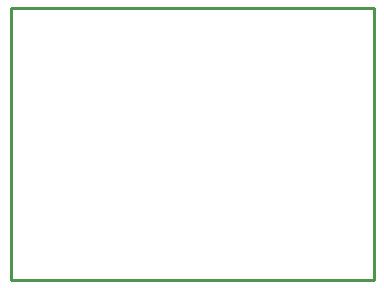
<source format=gko>
G04 Layer: BoardOutlineLayer*
G04 EasyEDA Pro v2.2.39.2, 2025-06-16 16:20:03*
G04 Gerber Generator version 0.3*
G04 Scale: 100 percent, Rotated: No, Reflected: No*
G04 Dimensions in millimeters*
G04 Leading zeros omitted, absolute positions, 4 integers and 5 decimals*
G04 Generated by one-click*
%FSLAX45Y45*%
%MOMM*%
%ADD10C,0.254*%
%ADD11C,0.4065*%
G75*


G04 Rect Start*
G54D10*
G01X-241300Y-1892300D02*
G01X-241300Y406400D01*
G01X2832100Y406400D01*
G01X2832100Y-1892300D01*
G01X-241300Y-1892300D01*
G04 Rect End*

M02*


</source>
